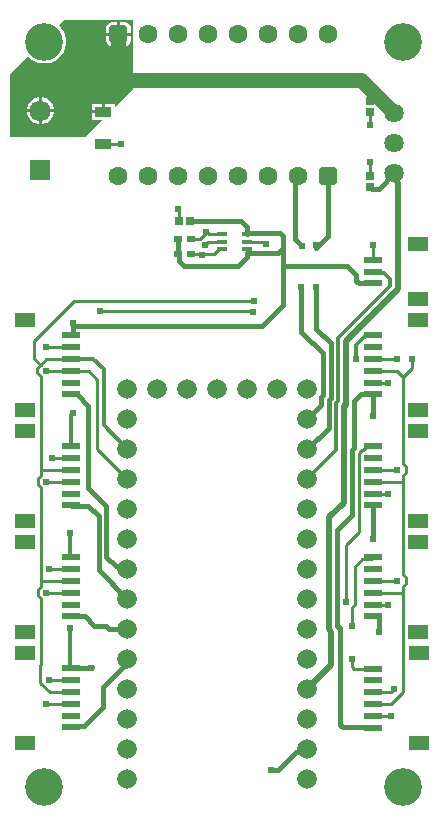
<source format=gtl>
G04*
G04 #@! TF.GenerationSoftware,Altium Limited,Altium Designer,21.8.1 (53)*
G04*
G04 Layer_Physical_Order=1*
G04 Layer_Color=255*
%FSLAX25Y25*%
%MOIN*%
G70*
G04*
G04 #@! TF.SameCoordinates,1476896B-5F1A-493A-A4EA-86BB9D18E634*
G04*
G04*
G04 #@! TF.FilePolarity,Positive*
G04*
G01*
G75*
%ADD14C,0.01000*%
%ADD15R,0.05512X0.03543*%
%ADD16R,0.02520X0.02559*%
%ADD17R,0.06102X0.02362*%
%ADD18R,0.07087X0.04724*%
%ADD19R,0.03740X0.01772*%
%ADD20R,0.02559X0.02520*%
%ADD21R,0.02756X0.02362*%
%ADD35C,0.01600*%
%ADD36C,0.02000*%
%ADD37C,0.01200*%
%ADD38C,0.05000*%
%ADD39C,0.06555*%
%ADD40C,0.06437*%
%ADD41R,0.07087X0.07087*%
%ADD42C,0.07087*%
%ADD43C,0.06299*%
G04:AMPARAMS|DCode=44|XSize=62.99mil|YSize=62.99mil|CornerRadius=15.75mil|HoleSize=0mil|Usage=FLASHONLY|Rotation=180.000|XOffset=0mil|YOffset=0mil|HoleType=Round|Shape=RoundedRectangle|*
%AMROUNDEDRECTD44*
21,1,0.06299,0.03150,0,0,180.0*
21,1,0.03150,0.06299,0,0,180.0*
1,1,0.03150,-0.01575,0.01575*
1,1,0.03150,0.01575,0.01575*
1,1,0.03150,0.01575,-0.01575*
1,1,0.03150,-0.01575,-0.01575*
%
%ADD44ROUNDEDRECTD44*%
%ADD45C,0.02400*%
%ADD46C,0.12598*%
G36*
X141000Y344000D02*
X134756Y337756D01*
Y339087D01*
X131500D01*
Y336315D01*
X131000D01*
Y335815D01*
X127244D01*
Y333543D01*
X130543D01*
X125000Y328000D01*
X100000D01*
Y345000D01*
Y349000D01*
X105841Y354841D01*
X106587Y354094D01*
X107783Y353295D01*
X109111Y352745D01*
X110521Y352465D01*
X111959D01*
X113369Y352745D01*
X114698Y353295D01*
X115893Y354094D01*
X116910Y355111D01*
X117709Y356307D01*
X118259Y357635D01*
X118539Y359045D01*
Y360483D01*
X118259Y361893D01*
X117709Y363222D01*
X116910Y364417D01*
X116163Y365163D01*
X118000Y367000D01*
X141000D01*
Y344000D01*
D02*
G37*
%LPC*%
G36*
X137575Y366416D02*
X136500D01*
Y362744D01*
X140172D01*
Y363819D01*
X140083Y364491D01*
X139824Y365117D01*
X139411Y365655D01*
X138873Y366068D01*
X138247Y366327D01*
X137575Y366416D01*
D02*
G37*
G36*
X135500D02*
X134425D01*
X133753Y366327D01*
X133127Y366068D01*
X132589Y365655D01*
X132176Y365117D01*
X131917Y364491D01*
X131828Y363819D01*
Y362744D01*
X135500D01*
Y366416D01*
D02*
G37*
G36*
X140172Y361744D02*
X136500D01*
Y358072D01*
X137575D01*
X138247Y358161D01*
X138873Y358420D01*
X139411Y358833D01*
X139824Y359371D01*
X140083Y359997D01*
X140172Y360669D01*
Y361744D01*
D02*
G37*
G36*
X135500D02*
X131828D01*
Y360669D01*
X131917Y359997D01*
X132176Y359371D01*
X132589Y358833D01*
X133127Y358420D01*
X133753Y358161D01*
X134425Y358072D01*
X135500D01*
Y361744D01*
D02*
G37*
G36*
X110598Y341228D02*
X110500D01*
Y337185D01*
X114543D01*
Y337283D01*
X114234Y338439D01*
X113636Y339475D01*
X112790Y340321D01*
X111754Y340919D01*
X110598Y341228D01*
D02*
G37*
G36*
X109500D02*
X109402D01*
X108246Y340919D01*
X107210Y340321D01*
X106365Y339475D01*
X105766Y338439D01*
X105457Y337283D01*
Y337185D01*
X109500D01*
Y341228D01*
D02*
G37*
G36*
X130500Y339087D02*
X127244D01*
Y336815D01*
X130500D01*
Y339087D01*
D02*
G37*
G36*
X114543Y336185D02*
X110500D01*
Y332142D01*
X110598D01*
X111754Y332451D01*
X112790Y333050D01*
X113636Y333895D01*
X114234Y334931D01*
X114543Y336087D01*
Y336185D01*
D02*
G37*
G36*
X109500D02*
X105457D01*
Y336087D01*
X105766Y334931D01*
X106365Y333895D01*
X107210Y333050D01*
X108246Y332451D01*
X109402Y332142D01*
X109500D01*
Y336185D01*
D02*
G37*
%LPD*%
D14*
X128971Y224029D02*
Y247029D01*
X120256Y249992D02*
X126008D01*
X128971Y247029D01*
X183982Y293000D02*
X184749Y292234D01*
X179000Y293000D02*
X183982D01*
X184749Y292234D02*
X185127D01*
X163043Y294000D02*
X165043Y296000D01*
Y296331D01*
X165422D01*
X166142Y295611D01*
X170287D01*
X170339Y295559D01*
X159968Y294000D02*
X163043D01*
X166000Y293000D02*
X170339D01*
X165000Y292000D02*
X166000Y293000D01*
X160165Y289000D02*
X167913D01*
X108000Y260000D02*
X121209Y273209D01*
X181209D01*
X108000Y254087D02*
Y260000D01*
X181000Y269600D02*
Y270000D01*
X130000D02*
X181000D01*
X212000Y192000D02*
X216300Y196300D01*
X212000Y173000D02*
Y192000D01*
X214586Y150748D02*
X221000D01*
X214000Y151334D02*
Y154000D01*
Y151334D02*
X214586Y150748D01*
X214700Y171882D02*
Y184700D01*
X217122Y187122D01*
X214000Y171182D02*
X214700Y171882D01*
X214000Y165000D02*
Y171182D01*
X216300Y196300D02*
Y203209D01*
X216193Y203316D02*
X216300Y203209D01*
X216193Y222669D02*
X217072Y223547D01*
X216193Y203316D02*
Y222669D01*
X112051Y249992D02*
X120256D01*
X128971Y224029D02*
X139000Y214000D01*
X131000Y325685D02*
X131171Y325514D01*
X136977D01*
X220000Y332000D02*
Y336228D01*
X219821Y318179D02*
Y319442D01*
Y318179D02*
X220000Y318000D01*
Y314772D02*
Y318000D01*
X108000Y254087D02*
X110043Y252043D01*
X109000Y249182D02*
X110043Y248138D01*
X109000Y250818D02*
X110043Y251862D01*
X109000Y249182D02*
Y250818D01*
X110043Y217000D02*
Y248138D01*
Y251862D02*
Y252043D01*
X112043Y250000D02*
X112051Y249992D01*
X112000Y250000D02*
X112043D01*
X156114Y300114D02*
Y303886D01*
X156000Y304000D02*
X156114Y303886D01*
Y300114D02*
X156228Y300000D01*
X220772Y172028D02*
X225972D01*
X226000Y172000D01*
X220744Y172055D02*
X220772Y172028D01*
X220744Y209055D02*
X220772Y209028D01*
X225972D01*
X226000Y209000D01*
X225972Y246028D02*
X226000Y246000D01*
X220744Y246055D02*
X220772Y246028D01*
X225972D01*
X120189Y257933D02*
X120256Y257866D01*
X112067Y257933D02*
X120189D01*
X112000Y258000D02*
X112067Y257933D01*
X120189Y220933D02*
X120256Y220866D01*
X114067Y220933D02*
X120189D01*
X114000Y221000D02*
X114067Y220933D01*
X113067Y183933D02*
X120189D01*
X120256Y183866D01*
X113000Y184000D02*
X113067Y183933D01*
X110043Y180000D02*
Y211138D01*
X109300Y211882D02*
X110043Y211138D01*
X167913Y289000D02*
X169354Y290441D01*
X170339D01*
X220740Y291740D02*
X221000Y292000D01*
X220740Y286992D02*
Y291740D01*
X234000Y251000D02*
Y254000D01*
X230957Y247957D02*
X234000Y251000D01*
X220744Y253929D02*
X229000D01*
X110043Y214862D02*
Y217000D01*
X109300Y211882D02*
Y214118D01*
X110043Y214862D01*
X112000Y213000D02*
X120248D01*
X120256Y212992D01*
X110043Y177862D02*
Y180000D01*
X109300Y174882D02*
X110043Y174138D01*
Y152022D02*
Y174138D01*
X109300Y174882D02*
Y177118D01*
X110043Y177862D01*
X112000Y176000D02*
X112043D01*
X112051Y175992D01*
X120256D01*
X112004Y138996D02*
X120252D01*
X120256Y138992D01*
X112000Y139000D02*
X112004Y138996D01*
X111929Y253929D02*
X120256D01*
X110043Y252043D02*
X111929Y253929D01*
X230957Y181862D02*
Y213000D01*
Y176000D02*
Y178138D01*
X231700Y178882D02*
Y181118D01*
X230957Y178138D02*
X231700Y178882D01*
X230957Y181862D02*
X231700Y181118D01*
X228957Y180000D02*
X229000D01*
X228886Y179929D02*
X228957Y180000D01*
X220744Y179929D02*
X228886D01*
X230957Y160017D02*
Y176000D01*
X220744Y175992D02*
X230949D01*
X230957Y176000D01*
Y218862D02*
Y247957D01*
Y215138D02*
X231700Y215882D01*
X230957Y218862D02*
X231700Y218118D01*
X230957Y213000D02*
Y215138D01*
X231700Y215882D02*
Y218118D01*
X228929Y216929D02*
X229000Y217000D01*
X220744Y216929D02*
X228929D01*
X230949Y212992D02*
X230957Y213000D01*
X220744Y212992D02*
X230949D01*
X231000Y143000D02*
Y159973D01*
X226937Y138937D02*
X231000Y143000D01*
X226874Y142874D02*
X228000Y144000D01*
X221000Y142874D02*
X226874D01*
X110043Y180000D02*
X110114Y179929D01*
X120256D01*
X110043Y217000D02*
X110114Y216929D01*
X120256D01*
X110000Y146000D02*
Y151978D01*
X110043Y152022D01*
X110000Y146000D02*
X113071Y142929D01*
X120256D01*
X220744Y249992D02*
X228921D01*
X230957Y247957D01*
Y160017D02*
X231000Y159973D01*
X221000Y138937D02*
X226937D01*
X217618Y223547D02*
X218874Y224803D01*
X220744D01*
X217072Y223547D02*
X217618D01*
X217122Y187122D02*
X220063D01*
X220744Y187803D01*
X120122Y147000D02*
X120256Y146866D01*
X113000Y147000D02*
X120122D01*
X221000Y135000D02*
X227000D01*
D15*
X131000Y336315D02*
D03*
Y325685D02*
D03*
D16*
X220000Y336228D02*
D03*
Y339772D02*
D03*
Y314772D02*
D03*
Y311228D02*
D03*
D17*
X120256Y261803D02*
D03*
Y257866D02*
D03*
Y253929D02*
D03*
Y249992D02*
D03*
Y246055D02*
D03*
Y242118D02*
D03*
X220744Y261803D02*
D03*
Y257866D02*
D03*
Y253929D02*
D03*
Y249992D02*
D03*
Y246055D02*
D03*
Y242118D02*
D03*
X221000Y131063D02*
D03*
Y135000D02*
D03*
Y138937D02*
D03*
Y142874D02*
D03*
Y146811D02*
D03*
Y150748D02*
D03*
X220740Y279118D02*
D03*
Y283055D02*
D03*
Y286992D02*
D03*
X120256Y150803D02*
D03*
Y146866D02*
D03*
Y142929D02*
D03*
Y138992D02*
D03*
Y135055D02*
D03*
Y131118D02*
D03*
X220744Y205118D02*
D03*
Y209055D02*
D03*
Y212992D02*
D03*
Y216929D02*
D03*
Y220866D02*
D03*
Y224803D02*
D03*
X120256D02*
D03*
Y220866D02*
D03*
Y216929D02*
D03*
Y212992D02*
D03*
Y209055D02*
D03*
Y205118D02*
D03*
Y187803D02*
D03*
Y183866D02*
D03*
Y179929D02*
D03*
Y175992D02*
D03*
Y172055D02*
D03*
Y168118D02*
D03*
X220744D02*
D03*
Y172055D02*
D03*
Y175992D02*
D03*
Y179929D02*
D03*
Y183866D02*
D03*
Y187803D02*
D03*
D18*
X105000Y237000D02*
D03*
Y266921D02*
D03*
X236000Y237000D02*
D03*
Y266921D02*
D03*
X236256Y155866D02*
D03*
Y125945D02*
D03*
X236000Y274000D02*
D03*
Y292110D02*
D03*
X105000Y126000D02*
D03*
Y155921D02*
D03*
X236000Y229921D02*
D03*
Y200000D02*
D03*
X105000D02*
D03*
Y229921D02*
D03*
Y163000D02*
D03*
Y192921D02*
D03*
X236000D02*
D03*
Y163000D02*
D03*
D19*
X170339Y290441D02*
D03*
Y293000D02*
D03*
Y295559D02*
D03*
X179000D02*
D03*
Y293000D02*
D03*
Y290441D02*
D03*
D20*
X156228Y300000D02*
D03*
X159772D02*
D03*
D21*
X155835Y289000D02*
D03*
X160165D02*
D03*
X155835Y294000D02*
D03*
X160165D02*
D03*
D35*
X135085Y184915D02*
X138085D01*
X139000Y184000D01*
X132000Y188000D02*
X135085Y184915D01*
X179000Y295559D02*
X179241Y295800D01*
X185013D01*
X185213Y296000D01*
X121000Y266000D02*
Y266216D01*
X185213Y296000D02*
X190000D01*
X177000Y300000D02*
X179000Y298000D01*
X161195Y300000D02*
X177000D01*
X197590Y125410D02*
X199000D01*
X197590Y123931D02*
Y125410D01*
X179000Y289220D02*
X189220D01*
X121000Y265000D02*
X137000D01*
X121000D02*
Y266000D01*
Y262384D02*
Y265000D01*
X222723Y310723D02*
X228000Y316000D01*
X220000Y311209D02*
X220486Y310723D01*
X222723D01*
X220000Y311209D02*
Y311228D01*
X199000Y234000D02*
X203493Y238493D01*
X213893Y223621D02*
X214478Y224206D01*
X206093Y231093D02*
Y240235D01*
X204078Y241897D02*
Y255860D01*
X206678Y240820D02*
Y259322D01*
X203493Y241312D02*
X204078Y241897D01*
X197000Y262937D02*
X204078Y255860D01*
X214478Y224206D02*
Y239826D01*
X216770Y242118D01*
X203493Y238493D02*
Y241312D01*
X206093Y240235D02*
X206678Y240820D01*
X202000Y264000D02*
X206678Y259322D01*
X213893Y201893D02*
Y223621D01*
X199000Y224000D02*
X206093Y231093D01*
X216770Y242118D02*
X220744D01*
X209000Y197000D02*
X213893Y201893D01*
X210737Y131148D02*
X220915D01*
X209000Y164943D02*
Y197000D01*
X209800Y132086D02*
Y164143D01*
Y132086D02*
X210737Y131148D01*
X209000Y164943D02*
X209800Y164143D01*
X220915Y131148D02*
X221000Y131063D01*
X202000Y264000D02*
Y278000D01*
X197000Y262937D02*
Y278000D01*
X202000Y291000D02*
X206000Y295000D01*
X201719Y291821D02*
X202000Y291540D01*
Y291000D02*
Y291540D01*
X206000Y295000D02*
Y315000D01*
X195000Y294000D02*
Y316000D01*
X197000Y291919D02*
X197328Y291592D01*
X197000Y291919D02*
Y292000D01*
X191000Y285078D02*
Y291000D01*
Y285078D02*
X212103D01*
X191000Y272000D02*
Y285078D01*
X184000Y265000D02*
X191000Y272000D01*
X195000Y294000D02*
X197000Y292000D01*
X122126Y242118D02*
X126000Y238244D01*
Y211000D02*
Y238244D01*
Y211000D02*
X132000Y205000D01*
X129400Y183600D02*
X139000Y174000D01*
X126000Y205000D02*
X129400Y201600D01*
Y183600D02*
Y201600D01*
X132000Y188000D02*
Y205000D01*
X120374D02*
X126000D01*
X120256Y205118D02*
X120374Y205000D01*
X120256Y242118D02*
X122126D01*
X120256Y168118D02*
X124882D01*
X128000Y165000D02*
X132000D01*
X124882Y168118D02*
X128000Y165000D01*
X132000D02*
X133000Y164000D01*
X139000D01*
X195233Y123052D02*
X196711D01*
X187000Y117000D02*
X189181D01*
X195233Y123052D01*
X196711D02*
X197590Y123931D01*
X121000Y151000D02*
X127000D01*
X127153Y151153D01*
X124499Y131499D02*
X131000Y138000D01*
Y144757D02*
X139000Y152757D01*
Y154000D01*
X131000Y138000D02*
Y144757D01*
X120637Y131499D02*
X124499D01*
X120256Y131118D02*
X120637Y131499D01*
X215078Y280055D02*
Y282103D01*
Y280055D02*
X216015Y279118D01*
X220740D01*
X212103Y285078D02*
X215078Y282103D01*
X195000Y316000D02*
X196000Y317000D01*
Y315000D02*
Y317000D01*
X137000Y265000D02*
X184000D01*
X220744Y235256D02*
Y242118D01*
Y235256D02*
X221000Y235000D01*
X220744Y193938D02*
X220841Y193841D01*
X222995Y163005D02*
Y167737D01*
Y163005D02*
X223000Y163000D01*
X220744Y168118D02*
X222614D01*
X222995Y167737D01*
X189220Y289220D02*
X191000Y291000D01*
Y295000D01*
X190000Y296000D02*
X191000Y295000D01*
X158000Y285000D02*
X176000D01*
X156270Y286730D02*
X158000Y285000D01*
X176000D02*
X179000Y288000D01*
Y289220D01*
X155835Y289000D02*
X156270Y288565D01*
Y286730D02*
Y288565D01*
X155835Y289000D02*
Y294000D01*
X179000Y295559D02*
Y298000D01*
X120256Y261803D02*
X120419D01*
X121000Y262384D01*
X220744Y193938D02*
Y205118D01*
D36*
X228849Y312864D02*
Y315151D01*
Y312864D02*
X229103Y312610D01*
Y277223D02*
Y312610D01*
X228000Y316000D02*
X228849Y315151D01*
X211678Y259797D02*
X229103Y277223D01*
X211093Y206093D02*
Y238164D01*
X211678Y238749D02*
Y259797D01*
X211093Y238164D02*
X211678Y238749D01*
X206200Y201200D02*
X211093Y206093D01*
X206200Y163783D02*
X207000Y162983D01*
Y152000D02*
Y162983D01*
X206200Y163783D02*
Y201200D01*
X199000Y144000D02*
X207000Y152000D01*
D37*
X209078Y260874D02*
X226503Y278300D01*
Y280497D01*
X224526Y282474D02*
X226503Y280497D01*
X221321Y282474D02*
X224526D01*
X220740Y283055D02*
X221321Y282474D01*
X215122Y254064D02*
Y258738D01*
X208493Y223493D02*
Y239241D01*
X209078Y239826D02*
Y260874D01*
X208493Y239241D02*
X209078Y239826D01*
X215122Y254064D02*
X215282Y253903D01*
X215122Y258738D02*
X217030Y260647D01*
X217030D02*
X217480Y261097D01*
X217715Y261222D02*
X218293D01*
X217030Y260647D02*
X217030D01*
X217590Y261097D02*
X217715Y261222D01*
X218293D02*
X218874Y261803D01*
X217480Y261097D02*
X217590D01*
X199000Y214000D02*
X208493Y223493D01*
X127656Y253929D02*
X131071Y250514D01*
X120256Y253929D02*
X127656D01*
X131071Y231929D02*
Y250514D01*
Y231929D02*
X139000Y224000D01*
X119941Y151118D02*
Y164164D01*
Y151118D02*
X120256Y150803D01*
X120000Y188059D02*
Y196000D01*
Y188059D02*
X120256Y187803D01*
Y224803D02*
Y235256D01*
X121000Y236000D01*
X218874Y261803D02*
X220744D01*
D38*
X140000Y347000D02*
X217000D01*
X136000Y351000D02*
X140000Y347000D01*
X136000Y351000D02*
Y362244D01*
X217000Y347000D02*
X228000Y336000D01*
D39*
X199000Y114000D02*
D03*
Y124000D02*
D03*
Y134000D02*
D03*
Y144000D02*
D03*
Y154000D02*
D03*
Y164000D02*
D03*
Y174000D02*
D03*
Y184000D02*
D03*
Y194000D02*
D03*
Y204000D02*
D03*
Y214000D02*
D03*
Y224000D02*
D03*
Y234000D02*
D03*
Y244000D02*
D03*
X189000D02*
D03*
X179000D02*
D03*
X169000D02*
D03*
X159000D02*
D03*
X149000D02*
D03*
X139000D02*
D03*
Y234000D02*
D03*
Y224000D02*
D03*
Y214000D02*
D03*
Y204000D02*
D03*
Y194000D02*
D03*
Y184000D02*
D03*
Y174000D02*
D03*
Y164000D02*
D03*
Y154000D02*
D03*
Y144000D02*
D03*
Y134000D02*
D03*
Y124000D02*
D03*
Y114000D02*
D03*
D40*
X228000Y336000D02*
D03*
Y326000D02*
D03*
Y316000D02*
D03*
D41*
X110000Y317000D02*
D03*
D42*
Y336685D02*
D03*
D43*
X156000Y315000D02*
D03*
X176000D02*
D03*
X196000D02*
D03*
X186000D02*
D03*
X166000D02*
D03*
X146000D02*
D03*
X136000D02*
D03*
X186000Y362244D02*
D03*
X166000D02*
D03*
X146000D02*
D03*
X156000D02*
D03*
X176000D02*
D03*
X196000D02*
D03*
X206000D02*
D03*
D44*
Y315000D02*
D03*
X136000Y362244D02*
D03*
D45*
X185127Y292234D02*
D03*
X165043Y296331D02*
D03*
X163963Y288762D02*
D03*
X165000Y292000D02*
D03*
X130000Y270000D02*
D03*
X215282Y253903D02*
D03*
X214000Y154000D02*
D03*
X212000Y173000D02*
D03*
X214000Y165000D02*
D03*
X202000Y278000D02*
D03*
X201719Y291821D02*
D03*
X197000Y278000D02*
D03*
X197328Y291592D02*
D03*
X187000Y117000D02*
D03*
X119941Y164164D02*
D03*
X127000Y151000D02*
D03*
X136977Y325514D02*
D03*
X220000Y332000D02*
D03*
X219821Y319442D02*
D03*
X112000Y250000D02*
D03*
X156000Y304000D02*
D03*
X221000Y235000D02*
D03*
X220841Y193841D02*
D03*
X223000Y163000D02*
D03*
X181209Y273209D02*
D03*
X226000Y172000D02*
D03*
Y209000D02*
D03*
Y246000D02*
D03*
X112000Y258000D02*
D03*
X114000Y221000D02*
D03*
X113000Y184000D02*
D03*
X221000Y292000D02*
D03*
X234000Y254000D02*
D03*
X181000Y269600D02*
D03*
X120000Y196000D02*
D03*
X121000Y266000D02*
D03*
Y236000D02*
D03*
X112000Y213000D02*
D03*
Y176000D02*
D03*
Y139000D02*
D03*
X229000Y180000D02*
D03*
Y217000D02*
D03*
Y254000D02*
D03*
X228000Y144000D02*
D03*
X227000Y135000D02*
D03*
X113000Y147000D02*
D03*
D46*
X111100Y111335D02*
D03*
X111240Y359764D02*
D03*
X230832Y111126D02*
D03*
X230783Y359754D02*
D03*
M02*

</source>
